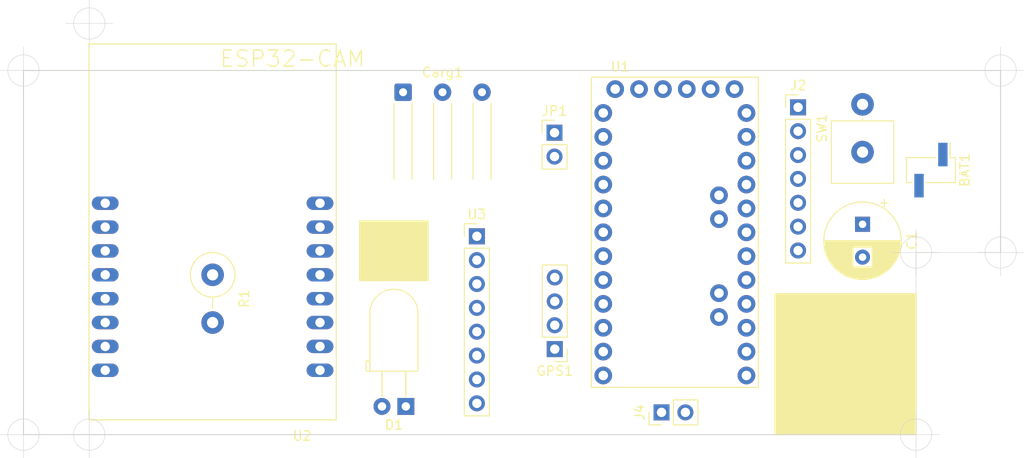
<source format=kicad_pcb>
(kicad_pcb (version 20211014) (generator pcbnew)
  (layers (0 "F.Cu" signal) (31 "B.Cu" signal) (34 "B.Paste" user) (35 "F.Paste" user) (36 "B.SilkS" user "B.Silkscreen") (37 "F.SilkS" user "F.Silkscreen") (38 "B.Mask" user) (39 "F.Mask" user) (44 "Edge.Cuts" user))
  (net 0 "")
  (net 1 "Net-(C1-Pad1)")
  (net 2 "3.7V")
  (net 3 "Net-(D1-Pad1)")
  (net 4 "GND")
  (net 5 "Net-(D1-Pad2)")
  (net 6 "5V")
  (net 15 "Net-(U1-PadJP7_4)")
  (net 22 "3.3V")
  (net 23 "Net-(J4-Pad2)")
  (net 24 "Net-(J4-Pad1)")
  (net 28 "/MOSI")
  (net 29 "/MISO")
  (net 30 "/SCK")
  (net 31 "NSS")
  (net 32 "DIO0")
  (net 33 "Net-(GPS1-Pad2)")
  (net 34 "Net-(GPS1-Pad3)")
  (footprint "LED_THT:LED_D5.0mm_Horizontal_O3.81mm_Z3.0mm" (layer "F.Cu") (at 129.596787 100.528226 180)
    (fp_text reference "D1" (at 1.27 -1.96) (layer "F.SilkS"))
    (fp_text value "LED Blanco brillante")
    (fp_line (start 3.83 3.75) (end 4.23 3.75) (layer "F.SilkS") (width 0.12))
    (fp_line (start 2.54 3.75) (end 2.54 1.08) (layer "F.SilkS") (width 0.12))
    (fp_line (start 0 3.75) (end 0 3.75) (layer "F.SilkS") (width 0.12))
    (fp_line (start 2.54 1.08) (end 2.54 1.08) (layer "F.SilkS") (width 0.12))
    (fp_line (start 2.54 1.08) (end 2.54 3.75) (layer "F.SilkS") (width 0.12))
    (fp_line (start 0 1.08) (end 0 3.75) (layer "F.SilkS") (width 0.12))
    (fp_line (start 4.23 4.87) (end 3.83 4.87) (layer "F.SilkS") (width 0.12))
    (fp_line (start 2.54 3.75) (end 2.54 3.75) (layer "F.SilkS") (width 0.12))
    (fp_line (start 3.83 4.87) (end 3.83 3.75) (layer "F.SilkS") (width 0.12))
    (fp_line (start 0 3.75) (end 0 1.08) (layer "F.SilkS") (width 0.12))
    (fp_line (start 3.83 3.75) (end 3.83 9.91) (layer "F.SilkS") (width 0.12))
    (fp_line (start 4.23 3.75) (end 4.23 4.87) (layer "F.SilkS") (width 0.12))
    (fp_line (start -1.29 3.75) (end 3.83 3.75) (layer "F.SilkS") (width 0.12))
    (fp_line (start -1.29 3.75) (end -1.29 9.91) (layer "F.SilkS") (width 0.12))
    (fp_line (start 0 1.08) (end 0 1.08) (layer "F.SilkS") (width 0.12))
    (fp_arc (start 3.83 9.91) (mid 1.27 12.47) (end -1.29 9.91) (layer "F.SilkS") (width 0.12))
    (pad "1" thru_hole rect (at 0 0 180) (size 1.8 1.8) (drill 0.9) (layers *.Cu *.Mask) (net 3 "Net-(D1-Pad1)"))
    (pad "2" thru_hole circle (at 2.54 0 180) (size 1.8 1.8) (drill 0.9) (layers *.Cu *.Mask) (net 5 "Net-(D1-Pad2)"))
  )
  (footprint "Connector_PinHeader_2.54mm:PinHeader_1x02_P2.54mm_Vertical" (layer "F.Cu") (at 145.418799 71.396208)
    (fp_text reference "JP1" (at 0 -2.33) (layer "F.SilkS"))
    (fp_text value "JUMPER_CIRCUITO")
    (fp_line (start 1.33 1.27) (end 1.33 3.87) (layer "F.SilkS") (width 0.12))
    (fp_line (start -1.33 0) (end -1.33 -1.33) (layer "F.SilkS") (width 0.12))
    (fp_line (start -1.33 1.27) (end 1.33 1.27) (layer "F.SilkS") (width 0.12))
    (fp_line (start -1.33 -1.33) (end 0 -1.33) (layer "F.SilkS") (width 0.12))
    (fp_line (start -1.33 1.27) (end -1.33 3.87) (layer "F.SilkS") (width 0.12))
    (fp_line (start -1.33 3.87) (end 1.33 3.87) (layer "F.SilkS") (width 0.12))
    (pad "1" thru_hole rect (at 0 0) (size 1.7 1.7) (drill 1) (layers *.Cu *.Mask) (net 1 "Net-(C1-Pad1)"))
    (pad "2" thru_hole oval (at 0 2.54) (size 1.7 1.7) (drill 1) (layers *.Cu *.Mask) (net 22 "3.3V"))
  )
  (footprint "ESP32_CAM:ESP32-CAM" (layer "F.Cu") (at 109.030175 86.520979 180)
    (fp_text reference "U2" (at -9.525 -17.145) (layer "F.SilkS"))
    (fp_text value "ESP32-CAM")
    (fp_text user "ESP32-CAM" (at -8.5 23) (layer "F.SilkS") (effects (font (size 1.72 1.72))))
    (fp_line (start -13.16 -15.43) (end 13.16 -15.43) (layer "F.SilkS") (width 0.127))
    (fp_line (start 13.16 -15.43) (end 13.16 24.57) (layer "F.SilkS") (width 0.127))
    (fp_line (start -13.16 24.57) (end -13.16 -15.43) (layer "F.SilkS") (width 0.127))
    (fp_line (start 13.16 24.57) (end -13.16 24.57) (layer "F.SilkS") (width 0.127))
    (pad "P$1" thru_hole oval locked (at -11.43 -10.16 180) (size 2.8448 1.4224) (drill 1) (layers *.Cu *.Mask) (net 6 "5V"))
    (pad "P$2" thru_hole oval locked (at -11.43 -7.62 180) (size 2.8448 1.4224) (drill 1) (layers *.Cu *.Mask) (net 4 "GND"))
    (pad "P$3" thru_hole oval locked (at -11.43 -5.08 180) (size 2.8448 1.4224) (drill 1) (layers *.Cu *.Mask))
    (pad "P$4" thru_hole oval locked (at -11.43 -2.54 180) (size 2.8448 1.4224) (drill 1) (layers *.Cu *.Mask))
    (pad "P$5" thru_hole oval locked (at -11.43 0 180) (size 2.8448 1.4224) (drill 1) (layers *.Cu *.Mask))
    (pad "P$6" thru_hole oval locked (at -11.43 2.54 180) (size 2.8448 1.4224) (drill 1) (layers *.Cu *.Mask))
    (pad "P$7" thru_hole oval locked (at -11.43 5.08 180) (size 2.8448 1.4224) (drill 1) (layers *.Cu *.Mask))
    (pad "P$8" thru_hole oval locked (at -11.43 7.62 180) (size 2.8448 1.4224) (drill 1) (layers *.Cu *.Mask))
    (pad "P$9" thru_hole oval locked (at 11.43 7.62 180) (size 2.8448 1.4224) (drill 1) (layers *.Cu *.Mask))
    (pad "P$10" thru_hole oval locked (at 11.43 5.08 180) (size 2.8448 1.4224) (drill 1) (layers *.Cu *.Mask))
    (pad "P$11" thru_hole oval locked (at 11.43 2.54 180) (size 2.8448 1.4224) (drill 1) (layers *.Cu *.Mask) (net 15 "Net-(U1-PadJP7_4)"))
    (pad "P$12" thru_hole oval locked (at 11.43 0 180) (size 2.8448 1.4224) (drill 1) (layers *.Cu *.Mask))
    (pad "P$13" thru_hole oval locked (at 11.43 -2.54 180) (size 2.8448 1.4224) (drill 1) (layers *.Cu *.Mask))
    (pad "P$14" thru_hole oval locked (at 11.43 -5.08 180) (size 2.8448 1.4224) (drill 1) (layers *.Cu *.Mask))
    (pad "P$15" thru_hole oval locked (at 11.43 -7.62 180) (size 2.8448 1.4224) (drill 1) (layers *.Cu *.Mask))
    (pad "P$16" thru_hole oval locked (at 11.43 -10.16 180) (size 2.8448 1.4224) (drill 1) (layers *.Cu *.Mask))
  )
  (footprint "Resistor_THT:R_Axial_DIN0414_L11.9mm_D4.5mm_P5.08mm_Vertical" (layer "F.Cu") (at 109.030175 86.520979 -90)
    (fp_text reference "R1" (at 2.54 -3.37 90) (layer "F.SilkS"))
    (fp_text value "220 Ohm")
    (fp_line (start 2.37 0) (end 3.58 0) (layer "F.SilkS") (width 0.12))
    (fp_circle (center 0 0) (end 2.37 0) (layer "F.SilkS") (width 0.12) (fill none))
    (pad "1" thru_hole circle (at 0 0 270) (size 2.4 2.4) (drill 1.2) (layers *.Cu *.Mask) (net 3 "Net-(D1-Pad1)"))
    (pad "2" thru_hole oval (at 5.08 0 270) (size 2.4 2.4) (drill 1.2) (layers *.Cu *.Mask) (net 4 "GND"))
  )
  (footprint "Connector_PinHeader_2.54mm:PinHeader_1x02_P2.54mm_Vertical" (layer "F.Cu") (at 156.810648 101.161106 90)
    (fp_text reference "J4" (at 0 -2.33 90) (layer "F.SilkS"))
    (fp_text value "AEREO")
    (fp_line (start -1.33 3.87) (end 1.33 3.87) (layer "F.SilkS") (width 0.12))
    (fp_line (start -1.33 -1.33) (end 0 -1.33) (layer "F.SilkS") (width 0.12))
    (fp_line (start -1.33 0) (end -1.33 -1.33) (layer "F.SilkS") (width 0.12))
    (fp_line (start -1.33 1.27) (end -1.33 3.87) (layer "F.SilkS") (width 0.12))
    (fp_line (start 1.33 1.27) (end 1.33 3.87) (layer "F.SilkS") (width 0.12))
    (fp_line (start -1.33 1.27) (end 1.33 1.27) (layer "F.SilkS") (width 0.12))
    (pad "1" thru_hole rect (at 0 0 90) (size 1.7 1.7) (drill 1) (layers *.Cu *.Mask) (net 24 "Net-(J4-Pad1)"))
    (pad "2" thru_hole oval (at 0 2.54 90) (size 1.7 1.7) (drill 1) (layers *.Cu *.Mask) (net 23 "Net-(J4-Pad2)"))
  )
  (footprint "Capacitor_THT:CP_Radial_D8.0mm_P3.50mm" (layer "F.Cu") (at 178.206584 81.141042 -90)
    (fp_text reference "C1" (at 1.75 -5.25 90) (layer "F.SilkS"))
    (fp_text value "47uF")
    (fp_line (start 5.191 -2.228) (end 5.191 2.228) (layer "F.SilkS") (width 0.12))
    (fp_line (start 3.711 1.04) (end 3.711 3.584) (layer "F.SilkS") (width 0.12))
    (fp_line (start 5.351 -1.964) (end 5.351 1.964) (layer "F.SilkS") (width 0.12))
    (fp_line (start 3.911 -3.469) (end 3.911 -1.04) (layer "F.SilkS") (width 0.12))
    (fp_line (start 1.91 -4.077) (end 1.91 4.077) (layer "F.SilkS") (width 0.12))
    (fp_line (start 5.791 -0.768) (end 5.791 0.768) (layer "F.SilkS") (width 0.12))
    (fp_line (start 2.551 1.04) (end 2.551 4.002) (layer "F.SilkS") (width 0.12))
    (fp_line (start 3.431 1.04) (end 3.431 3.722) (layer "F.SilkS") (width 0.12))
    (fp_line (start 3.471 -3.704) (end 3.471 -1.04) (layer "F.SilkS") (width 0.12))
    (fp_line (start 4.391 -3.124) (end 4.391 -1.04) (layer "F.SilkS") (width 0.12))
    (fp_line (start 4.151 -3.309) (end 4.151 -1.04) (layer "F.SilkS") (width 0.12))
    (fp_line (start 4.111 1.04) (end 4.111 3.338) (layer "F.SilkS") (width 0.12))
    (fp_line (start 2.35 -4.037) (end 2.35 4.037) (layer "F.SilkS") (width 0.12))
    (fp_line (start 4.031 -3.392) (end 4.031 -1.04) (layer "F.SilkS") (width 0.12))
    (fp_line (start 3.831 -3.517) (end 3.831 -1.04) (layer "F.SilkS") (width 0.12))
    (fp_line (start 1.79 -4.08) (end 1.79 4.08) (layer "F.SilkS") (width 0.12))
    (fp_line (start 4.631 -2.907) (end 4.631 2.907) (layer "F.SilkS") (width 0.12))
    (fp_line (start 3.711 -3.584) (end 3.711 -1.04) (layer "F.SilkS") (width 0.12))
    (fp_line (start 5.831 -0.533) (end 5.831 0.533) (layer "F.SilkS") (width 0.12))
    (fp_line (start 5.311 -2.034) (end 5.311 2.034) (layer "F.SilkS") (width 0.12))
    (fp_line (start 1.95 -4.076) (end 1.95 4.076) (layer "F.SilkS") (width 0.12))
    (fp_line (start 3.431 -3.722) (end 3.431 -1.04) (layer "F.SilkS") (width 0.12))
    (fp_line (start 2.751 1.04) (end 2.751 3.957) (layer "F.SilkS") (width 0.12))
    (fp_line (start 4.991 -2.505) (end 4.991 2.505) (layer "F.SilkS") (width 0.12))
    (fp_line (start 4.351 -3.156) (end 4.351 -1.04) (layer "F.SilkS") (width 0.12))
    (fp_line (start 2.951 -3.902) (end 2.951 -1.04) (layer "F.SilkS") (width 0.12))
    (fp_line (start 3.751 1.04) (end 3.751 3.562) (layer "F.SilkS") (width 0.12))
    (fp_line (start -2.659698 -2.315) (end -1.859698 -2.315) (layer "F.SilkS") (width 0.12))
    (fp_line (start 3.231 -3.805) (end 3.231 -1.04) (layer "F.SilkS") (width 0.12))
    (fp_line (start 5.751 -0.948) (end 5.751 0.948) (layer "F.SilkS") (width 0.12))
    (fp_line (start 4.871 -2.651) (end 4.871 2.651) (layer "F.SilkS") (width 0.12))
    (fp_line (start 4.831 -2.697) (end 4.831 2.697) (layer "F.SilkS") (width 0.12))
    (fp_line (start 3.551 -3.666) (end 3.551 -1.04) (layer "F.SilkS") (width 0.12))
    (fp_line (start 2.471 1.04) (end 2.471 4.017) (layer "F.SilkS") (width 0.12))
    (fp_line (start 5.511 -1.645) (end 5.511 1.645) (layer "F.SilkS") (width 0.12))
    (fp_line (start 2.551 -4.002) (end 2.551 -1.04) (layer "F.SilkS") (width 0.12))
    (fp_line (start 2.27 -4.048) (end 2.27 4.048) (layer "F.SilkS") (width 0.12))
    (fp_line (start 3.271 1.04) (end 3.271 3.79) (layer "F.SilkS") (width 0.12))
    (fp_line (start 2.15 -4.061) (end 2.15 4.061) (layer "F.SilkS") (width 0.12))
    (fp_line (start 5.711 -1.098) (end 5.711 1.098) (layer "F.SilkS") (width 0.12))
    (fp_line (start 3.551 1.04) (end 3.551 3.666) (layer "F.SilkS") (width 0.12))
    (fp_line (start 3.191 -3.821) (end 3.191 -1.04) (layer "F.SilkS") (width 0.12))
    (fp_line (start 4.351 1.04) (end 4.351 3.156) (layer "F.SilkS") (width 0.12))
    (fp_line (start 4.591 -2.945) (end 4.591 2.945) (layer "F.SilkS") (width 0.12))
    (fp_line (start 2.671 -3.976) (end 2.671 -1.04) (layer "F.SilkS") (width 0.12))
    (fp_line (start 2.07 -4.068) (end 2.07 4.068) (layer "F.SilkS") (width 0.12))
    (fp_line (start 2.831 -3.936) (end 2.831 -1.04) (layer "F.SilkS") (width 0.12))
    (fp_line (start 2.19 -4.057) (end 2.19 4.057) (layer "F.SilkS") (width 0.12))
    (fp_line (start 2.631 1.04) (end 2.631 3.985) (layer "F.SilkS") (width 0.12))
    (fp_line (start 3.951 1.04) (end 3.951 3.444) (layer "F.SilkS") (width 0.12))
    (fp_line (start 2.711 -3.967) (end 2.711 -1.04) (layer "F.SilkS") (width 0.12))
    (fp_line (start 4.191 1.04) (end 4.191 3.28) (layer "F.SilkS") (width 0.12))
    (fp_line (start 5.471 -1.731) (end 5.471 1.731) (layer "F.SilkS") (width 0.12))
    (fp_line (start 4.271 1.04) (end 4.271 3.22) (layer "F.SilkS") (width 0.12))
    (fp_line (start 5.111 -2.345) (end 5.111 2.345) (layer "F.SilkS") (width 0.12))
    (fp_line (start 4.311 1.04) (end 4.311 3.189) (layer "F.SilkS") (width 0.12))
    (fp_line (start 2.871 1.04) (end 2.871 3.925) (layer "F.SilkS") (width 0.12))
    (fp_line (start 3.991 -3.418) (end 3.991 -1.04) (layer "F.SilkS") (width 0.12))
    (fp_line (start -2.259698 -2.715) (end -2.259698 -1.915) (layer "F.SilkS") (width 0.12))
    (fp_line (start 2.471 -4.017) (end 2.471 -1.04) (layer "F.SilkS") (width 0.12))
    (fp_line (start 2.911 1.04) (end 2.911 3.914) (layer "F.SilkS") (width 0.12))
    (fp_line (start 3.791 -3.54) (end 3.791 -1.04) (layer "F.SilkS") (width 0.12))
    (fp_line (start 4.231 -3.25) (end 4.231 -1.04) (layer "F.SilkS") (width 0.12))
    (fp_line (start 1.83 -4.08) (end 1.83 4.08) (layer "F.SilkS") (width 0.12))
    (fp_line (start 4.031 1.04) (end 4.031 3.392) (layer "F.SilkS") (width 0.12))
    (fp_line (start 1.99 -4.074) (end 1.99 4.074) (layer "F.SilkS") (width 0.12))
    (fp_line (start 3.671 -3.606) (end 3.671 -1.04) (layer "F.SilkS") (width 0.12))
    (fp_line (start 4.471 -3.055) (end 4.471 -1.04) (layer "F.SilkS") (width 0.12))
    (fp_line (start 4.711 -2.826) (end 4.711 2.826) (layer "F.SilkS") (width 0.12))
    (fp_line (start 2.951 1.04) (end 2.951 3.902) (layer "F.SilkS") (width 0.12))
    (fp_line (start 4.071 -3.365) (end 4.071 -1.04) (layer "F.SilkS") (width 0.12))
    (fp_line (start 2.591 1.04) (end 2.591 3.994) (layer "F.SilkS") (width 0.12))
    (fp_line (start 2.39 -4.03) (end 2.39 4.03) (layer "F.SilkS") (width 0.12))
    (fp_line (start 2.511 1.04) (end 2.511 4.01) (layer "F.SilkS") (width 0.12))
    (fp_line (start 4.951 -2.556) (end 4.951 2.556) (layer "F.SilkS") (width 0.12))
    (fp_line (start 3.511 -3.686) (end 3.511 -1.04) (layer "F.SilkS") (width 0.12))
    (fp_line (start 5.271 -2.102) (end 5.271 2.102) (layer "F.SilkS") (width 0.12))
    (fp_line (start 2.31 -4.042) (end 2.31 4.042) (layer "F.SilkS") (width 0.12))
    (fp_line (start 3.391 1.04) (end 3.391 3.74) (layer "F.SilkS") (width 0.12))
    (fp_line (start 2.991 1.04) (end 2.991 3.889) (layer "F.SilkS") (width 0.12))
    (fp_line (start 2.991 -3.889) (end 2.991 -1.04) (layer "F.SilkS") (width 0.12))
    (fp_line (start 4.431 1.04) (end 4.431 3.09) (layer "F.SilkS") (width 0.12))
    (fp_line (start 3.911 1.04) (end 3.911 3.469) (layer "F.SilkS") (width 0.12))
    (fp_line (start 3.111 1.04) (end 3.111 3.85) (layer "F.SilkS") (width 0.12))
    (fp_line (start 4.511 -3.019) (end 4.511 -1.04) (layer "F.SilkS") (width 0.12))
    (fp_line (start 2.711 1.04) (end 2.711 3.967) (layer "F.SilkS") (width 0.12))
    (fp_line (start 4.151 1.04) (end 4.151 3.309) (layer "F.SilkS") (width 0.12))
    (fp_line (start 4.391 1.04) (end 4.391 3.124) (layer "F.SilkS") (width 0.12))
    (fp_line (start 4.231 1.04) (end 4.231 3.25) (layer "F.SilkS") (width 0.12))
    (fp_line (start 3.151 -3.835) (end 3.151 -1.04) (layer "F.SilkS") (width 0.12))
    (fp_line (start 3.671 1.04) (end 3.671 3.606) (layer "F.SilkS") (width 0.12))
    (fp_line (start 3.031 -3.877) (end 3.031 -1.04) (layer "F.SilkS") (width 0.12))
    (fp_line (start 3.591 -3.647) (end 3.591 -1.04) (layer "F.SilkS") (width 0.12))
    (fp_line (start 4.071 1.04) (end 4.071 3.365) (layer "F.SilkS") (width 0.12))
    (fp_line (start 2.23 -4.052) (end 2.23 4.052) (layer "F.SilkS") (width 0.12))
    (fp_line (start 3.871 -3.493) (end 3.871 -1.04) (layer "F.SilkS") (width 0.12))
    (fp_line (start 5.671 -1.229) (end 5.671 1.229) (layer "F.SilkS") (width 0.12))
    (fp_line (start 5.551 -1.552) (end 5.551 1.552) (layer "F.SilkS") (width 0.12))
    (fp_line (start 3.511 1.04) (end 3.511 3.686) (layer "F.SilkS") (width 0.12))
    (fp_line (start 2.631 -3.985) (end 2.631 -1.04) (layer "F.SilkS") (width 0.12))
    (fp_line (start 3.311 1.04) (end 3.311 3.774) (layer "F.SilkS") (width 0.12))
    (fp_line (start 4.431 -3.09) (end 4.431 -1.04) (layer "F.SilkS") (width 0.12))
    (fp_line (start 3.751 -3.562) (end 3.751 -1.04) (layer "F.SilkS") (width 0.12))
    (fp_line (start 5.431 -1.813) (end 5.431 1.813) (layer "F.SilkS") (width 0.12))
    (fp_line (start 3.271 -3.79) (end 3.271 -1.04) (layer "F.SilkS") (width 0.12))
    (fp_line (start 2.591 -3.994) (end 2.591 -1.04) (layer "F.SilkS") (width 0.12))
    (fp_line (start 5.591 -1.453) (end 5.591 1.453) (layer "F.SilkS") (width 0.12))
    (fp_line (start 5.231 -2.166) (end 5.231 2.166) (layer "F.SilkS") (width 0.12))
    (fp_line (start 3.871 1.04) (end 3.871 3.493) (layer "F.SilkS") (width 0.12))
    (fp_line (start 3.471 1.04) (end 3.471 3.704) (layer "F.SilkS") (width 0.12))
    (fp_line (start 3.631 -3.627) (end 3.631 -1.04) (layer "F.SilkS") (width 0.12))
    (fp_line (start 4.471 1.04) (end 4.471 3.055) (layer "F.SilkS") (width 0.12))
    (fp_line (start 2.43 -4.024) (end 2.43 4.024) (layer "F.SilkS") (width 0.12))
    (fp_line (start 4.511 1.04) (end 4.511 3.019) (layer "F.SilkS") (width 0.12))
    (fp_line (start 5.031 -2.454) (end 5.031 2.454) (layer "F.SilkS") (width 0.12))
    (fp_line (start 2.11 -4.065) (end 2.11 4.065) (layer "F.SilkS") (width 0.12))
    (fp_line (start 4.791 -2.741) (end 4.791 2.741) (layer "F.SilkS") (width 0.12))
    (fp_line (start 3.111 -3.85) (end 3.111 -1.04) (layer "F.SilkS") (width 0.12))
    (fp_line (start 1.87 -4.079) (end 1.87 4.079) (layer "F.SilkS") (width 0.12))
    (fp_line (start 2.911 -3.914) (end 2.911 -1.04) (layer "F.SilkS") (width 0.12))
    (fp_line (start 4.271 -3.22) (end 4.271 -1.04) (layer "F.SilkS") (width 0.12))
    (fp_line (start 2.791 -3.947) (end 2.791 -1.04) (layer "F.SilkS") (width 0.12))
    (fp_line (start 3.071 1.04) (end 3.071 3.863) (layer "F.SilkS") (width 0.12))
    (fp_line (start 4.911 -2.604) (end 4.911 2.604) (layer "F.SilkS") (width 0.12))
    (fp_line (start 4.751 -2.784) (end 4.751 2.784) (layer "F.SilkS") (width 0.12))
    (fp_line (start 2.751 -3.957) (end 2.751 -1.04) (layer "F.SilkS") (width 0.12))
    (fp_line (start 4.671 -2.867) (end 4.671 2.867) (layer "F.SilkS") (width 0.12))
    (fp_line (start 3.631 1.04) (end 3.631 3.627) (layer "F.SilkS") (width 0.12))
    (fp_line (start 3.311 -3.774) (end 3.311 -1.04) (layer "F.SilkS") (width 0.12))
    (fp_line (start 2.871 -3.925) (end 2.871 -1.04) (layer "F.SilkS") (width 0.12))
    (fp_line (start 2.831 1.04) (end 2.831 3.936) (layer "F.SilkS") (width 0.12))
    (fp_line (start 5.391 -1.89) (end 5.391 1.89) (layer "F.SilkS") (width 0.12))
    (fp_line (start 4.191 -3.28) (end 4.191 -1.04) (layer "F.SilkS") (width 0.12))
    (fp_line (start 4.111 -3.338) (end 4.111 -1.04) (layer "F.SilkS") (width 0.12))
    (fp_line (start 3.991 1.04) (end 3.991 3.418) (layer "F.SilkS") (width 0.12))
    (fp_line (start 2.671 1.04) (end 2.671 3.976) (layer "F.SilkS") (width 0.12))
    (fp_line (start 1.75 -4.08) (end 1.75 4.08) (layer "F.SilkS") (width 0.12))
    (fp_line (start 3.391 -3.74) (end 3.391 -1.04) (layer "F.SilkS") (width 0.12))
    (fp_line (start 3.951 -3.444) (end 3.951 -1.04) (layer "F.SilkS") (width 0.12))
    (fp_line (start 3.591 1.04) (end 3.591 3.647) (layer "F.SilkS") (width 0.12))
    (fp_line (start 2.791 1.04) (end 2.791 3.947) (layer "F.SilkS") (width 0.12))
    (fp_line (start 5.071 -2.4) (end 5.071 2.4) (layer "F.SilkS") (width 0.12))
    (fp_line (start 3.231 1.04) (end 3.231 3.805) (layer "F.SilkS") (width 0.12))
    (fp_line (start 3.151 1.04) (end 3.151 3.835) (layer "F.SilkS") (width 0.12))
    (fp_line (start 2.511 -4.01) (end 2.511 -1.04) (layer "F.SilkS") (width 0.12))
    (fp_line (start 4.551 -2.983) (end 4.551 2.983) (layer "F.SilkS") (width 0.12))
    (fp_line (start 3.351 1.04) (end 3.351 3.757) (layer "F.SilkS") (width 0.12))
    (fp_line (start 5.151 -2.287) (end 5.151 2.287) (layer "F.SilkS") (width 0.12))
    (fp_line (start 3.031 1.04) (end 3.031 3.877) (layer "F.SilkS") (width 0.12))
    (fp_line (start 2.03 -4.071) (end 2.03 4.071) (layer "F.SilkS") (width 0.12))
    (fp_line (start 3.071 -3.863) (end 3.071 -1.04) (layer "F.SilkS") (width 0.12))
    (fp_line (start 3.831 1.04) (end 3.831 3.517) (layer "F.SilkS") (width 0.12))
    (fp_line (start 5.631 -1.346) (end 5.631 1.346) (layer "F.SilkS") (width 0.12))
    (fp_line (start 3.351 -3.757) (end 3.351 -1.04) (layer "F.SilkS") (width 0.12))
    (fp_line (start 3.791 1.04) (end 3.791 3.54) (layer "F.SilkS") (width 0.12))
    (fp_line (start 3.191 1.04) (end 3.191 3.821) (layer "F.SilkS") (width 0.12))
    (fp_line (start 4.311 -3.189) (end 4.311 -1.04) (layer "F.SilkS") (width 0.12))
    (fp_circle (center 1.75 0) (end 5.87 0) (layer "F.SilkS") (width 0.12) (fill none))
    (pad "1" thru_hole rect (at 0 0 270) (size 1.6 1.6) (drill 0.8) (layers *.Cu *.Mask) (net 1 "Net-(C1-Pad1)"))
    (pad "2" thru_hole circle (at 3.5 0 270) (size 1.6 1.6) (drill 0.8) (layers *.Cu *.Mask) (net 4 "GND"))
  )
  (footprint "Resistor_THT:R_Axial_Power_L20.0mm_W6.4mm_P5.08mm_Vertical" (layer "F.Cu") (at 178.206584 73.45924 90)
    (fp_text reference "SW1" (at 2.54 -4.32 90) (layer "F.SilkS"))
    (fp_text value "Interruptor general")
    (fp_line (start 3.32 3.32) (end 3.32 -3.32) (layer "F.SilkS") (width 0.12))
    (fp_line (start -3.32 3.32) (end 3.32 3.32) (layer "F.SilkS") (width 0.12))
    (fp_line (start 3.32 -3.32) (end -3.32 -3.32) (layer "F.SilkS") (width 0.12))
    (fp_line (start -3.32 -3.32) (end -3.32 3.32) (layer "F.SilkS") (width 0.12))
    (fp_line (start 3.32 0) (end 3.58 0) (layer "F.SilkS") (width 0.12))
    (pad "1" thru_hole circle (at 0 0 90) (size 2.4 2.4) (drill 1.2) (layers *.Cu *.Mask) (net 1 "Net-(C1-Pad1)"))
    (pad "2" thru_hole oval (at 5.08 0 90) (size 2.4 2.4) (drill 1.2) (layers *.Cu *.Mask) (net 2 "3.7V"))
  )
  (footprint "Connector_PinHeader_2.54mm:PinHeader_1x02_P2.54mm_Vertical_SMD_Pin1Left" (layer "F.Cu") (at 185.486919 75.373951 -90)
    (fp_text reference "BAT1" (at 0 -3.6 90) (layer "F.SilkS"))
    (fp_text value "Pilas")
    (fp_line (start 1.33 -2.6) (end 1.33 0.51) (layer "F.SilkS") (width 0.12))
    (fp_line (start -1.33 -2.03) (end -2.85 -2.03) (layer "F.SilkS") (width 0.12))
    (fp_line (start -1.33 -2.6) (end -1.33 -2.03) (layer "F.SilkS") (width 0.12))
    (fp_line (start 1.33 2.03) (end 1.33 2.6) (layer "F.SilkS") (width 0.12))
    (fp_line (start -1.33 -0.51) (end -1.33 2.6) (layer "F.SilkS") (width 0.12))
    (fp_line (start -1.33 -2.6) (end 1.33 -2.6) (layer "F.SilkS") (width 0.12))
    (fp_line (start -1.33 2.6) (end 1.33 2.6) (layer "F.SilkS") (width 0.12))
    (pad "1" smd rect (at -1.655 -1.27 270) (size 2.51 1) (layers "B.Cu" "F.Paste" "F.Mask") (net 2 "3.7V"))
    (pad "2" smd rect (at 1.655 1.27 270) (size 2.51 1) (layers "B.Cu" "F.Paste" "F.Mask") (net 4 "GND"))
  )
  (footprint "Connector_PinHeader_2.54mm:PinHeader_1x07_P2.54mm_Vertical" (layer "F.Cu") (at 171.344025 68.693574)
    (fp_text reference "J2" (at 0 -2.33) (layer "F.SilkS"))
    (fp_text value "LORA 868Mhz")
    (fp_line (start -1.33 -1.33) (end 0 -1.33) (layer "F.SilkS") (width 0.12))
    (fp_line (start -1.33 1.27) (end 1.33 1.27) (layer "F.SilkS") (width 0.12))
    (fp_line (start 1.33 1.27) (end 1.33 16.57) (layer "F.SilkS") (width 0.12))
    (fp_line (start -1.33 1.27) (end -1.33 16.57) (layer "F.SilkS") (width 0.12))
    (fp_line (start -1.33 16.57) (end 1.33 16.57) (layer "F.SilkS") (width 0.12))
    (fp_line (start -1.33 0) (end -1.33 -1.33) (layer "F.SilkS") (width 0.12))
    (pad "1" thru_hole rect (at 0 0) (size 1.7 1.7) (drill 1) (layers *.Cu *.Mask) (net 4 "GND"))
    (pad "2" thru_hole oval (at 0 2.54) (size 1.7 1.7) (drill 1) (layers *.Cu *.Mask) (net 28 "/MOSI"))
    (pad "3" thru_hole oval (at 0 5.08) (size 1.7 1.7) (drill 1) (layers *.Cu *.Mask) (net 29 "/MISO"))
    (pad "4" thru_hole oval (at 0 7.62) (size 1.7 1.7) (drill 1) (layers *.Cu *.Mask) (net 30 "/SCK"))
    (pad "5" thru_hole oval (at 0 10.16) (size 1.7 1.7) (drill 1) (layers *.Cu *.Mask) (net 31 "NSS"))
    (pad "6" thru_hole oval (at 0 12.7) (size 1.7 1.7) (drill 1) (layers *.Cu *.Mask) (net 32 "DIO0"))
    (pad "7" thru_hole oval (at 0 15.24) (size 1.7 1.7) (drill 1) (layers *.Cu *.Mask) (net 22 "3.3V"))
  )
  (footprint "Connector_PinHeader_2.54mm:PinHeader_1x08_P2.54mm_Vertical" (layer "F.Cu") (at 137.158311 82.418693)
    (fp_text reference "U3" (at 0 -2.33) (layer "F.SilkS"))
    (fp_text value "GY-87")
    (fp_line (start 1.33 1.27) (end 1.33 19.11) (layer "F.SilkS") (width 0.12))
    (fp_line (start -1.33 -1.33) (end 0 -1.33) (layer "F.SilkS") (width 0.12))
    (fp_line (start -1.33 1.27) (end 1.33 1.27) (layer "F.SilkS") (width 0.12))
    (fp_line (start -1.33 1.27) (end -1.33 19.11) (layer "F.SilkS") (width 0.12))
    (fp_line (start -1.33 19.11) (end 1.33 19.11) (layer "F.SilkS") (width 0.12))
    (fp_line (start -1.33 0) (end -1.33 -1.33) (layer "F.SilkS") (width 0.12))
    (pad "1" thru_hole rect (at 0 0) (size 1.7 1.7) (drill 1) (layers *.Cu *.Mask))
    (pad "2" thru_hole oval (at 0 2.54) (size 1.7 1.7) (drill 1) (layers *.Cu *.Mask) (net 22 "3.3V"))
    (pad "3" thru_hole oval (at 0 5.08) (size 1.7 1.7) (drill 1) (layers *.Cu *.Mask) (net 4 "GND"))
    (pad "4" thru_hole oval (at 0 7.62) (size 1.7 1.7) (drill 1) (layers *.Cu *.Mask) (net 23 "Net-(J4-Pad2)"))
    (pad "5" thru_hole oval (at 0 10.16) (size 1.7 1.7) (drill 1) (layers *.Cu *.Mask) (net 24 "Net-(J4-Pad1)"))
    (pad "6" thru_hole oval (at 0 12.7) (size 1.7 1.7) (drill 1) (layers *.Cu *.Mask))
    (pad "7" thru_hole oval (at 0 15.24) (size 1.7 1.7) (drill 1) (layers *.Cu *.Mask))
    (pad "8" thru_hole oval (at 0 17.78) (size 1.7 1.7) (drill 1) (layers *.Cu *.Mask))
  )
  (footprint "Connector_PinHeader_2.54mm:PinHeader_1x04_P2.54mm_Vertical" (layer "F.Cu") (at 145.44656 94.426958 180)
    (fp_text reference "GPS1" (at 0 -2.33) (layer "F.SilkS"))
    (fp_text value "GPS_NEO_6")
    (fp_line (start -1.33 8.95) (end 1.33 8.95) (layer "F.SilkS") (width 0.12))
    (fp_line (start -1.33 1.27) (end -1.33 8.95) (layer "F.SilkS") (width 0.12))
    (fp_line (start -1.33 -1.33) (end 0 -1.33) (layer "F.SilkS") (width 0.12))
    (fp_line (start 1.33 1.27) (end 1.33 8.95) (layer "F.SilkS") (width 0.12))
    (fp_line (start -1.33 0) (end -1.33 -1.33) (layer "F.SilkS") (width 0.12))
    (fp_line (start -1.33 1.27) (end 1.33 1.27) (layer "F.SilkS") (width 0.12))
    (pad "1" thru_hole rect (at 0 0 180) (size 1.7 1.7) (drill 1) (layers *.Cu *.Mask) (net 4 "GND"))
    (pad "2" thru_hole oval (at 0 2.54 180) (size 1.7 1.7) (drill 1) (layers *.Cu *.Mask) (net 33 "Net-(GPS1-Pad2)"))
    (pad "3" thru_hole oval (at 0 5.08 180) (size 1.7 1.7) (drill 1) (layers *.Cu *.Mask) (net 34 "Net-(GPS1-Pad3)"))
    (pad "4" thru_hole oval (at 0 7.62 180) (size 1.7 1.7) (drill 1) (layers *.Cu *.Mask) (net 22 "3.3V"))
  )
  (footprint "ARDUINO_PRO_MINI:MODULE_ARDUINO_PRO_MINI" (layer "F.Cu") (at 158.228911 81.99505)
    (fp_text reference "U1" (at -5.825 -17.635) (layer "F.SilkS"))
    (fp_text value "ARDUINO_PRO_MINI")
    (fp_line (start -8.89 -16.51) (end -8.89 16.51) (layer "F.SilkS") (width 0.127))
    (fp_line (start 8.89 -16.51) (end -8.89 -16.51) (layer "F.SilkS") (width 0.127))
    (fp_line (start 8.89 16.51) (end 8.89 -16.51) (layer "F.SilkS") (width 0.127))
    (fp_line (start -8.89 16.51) (end 8.89 16.51) (layer "F.SilkS") (width 0.127))
    (pad "JP1_1" thru_hole circle locked (at 6.35 -15.24) (size 1.8796 1.8796) (drill 1.016) (layers *.Cu *.Mask))
    (pad "JP1_2" thru_hole circle locked (at 3.81 -15.24) (size 1.8796 1.8796) (drill 1.016) (layers *.Cu *.Mask))
    (pad "JP1_3" thru_hole circle locked (at 1.27 -15.24) (size 1.8796 1.8796) (drill 1.016) (layers *.Cu *.Mask))
    (pad "JP1_4" thru_hole circle locked (at -1.27 -15.24) (size 1.8796 1.8796) (drill 1.016) (layers *.Cu *.Mask))
    (pad "JP1_5" thru_hole circle locked (at -3.81 -15.24) (size 1.8796 1.8796) (drill 1.016) (layers *.Cu *.Mask) (net 4 "GND"))
    (pad "JP1_6" thru_hole circle locked (at -6.35 -15.24) (size 1.8796 1.8796) (drill 1.016) (layers *.Cu *.Mask) (net 4 "GND"))
    (pad "JP2_1" thru_hole circle locked (at 4.699 -1.397) (size 1.8796 1.8796) (drill 1.016) (layers *.Cu *.Mask))
    (pad "JP2_2" thru_hole circle locked (at 4.699 -3.937) (size 1.8796 1.8796) (drill 1.016) (layers *.Cu *.Mask))
    (pad "JP3_1" thru_hole circle locked (at 4.699 9.017) (size 1.8796 1.8796) (drill 1.016) (layers *.Cu *.Mask))
    (pad "JP3_2" thru_hole circle locked (at 4.699 6.477) (size 1.8796 1.8796) (drill 1.016) (layers *.Cu *.Mask))
    (pad "JP6_1" thru_hole circle locked (at 7.62 -12.7) (size 1.8796 1.8796) (drill 1.016) (layers *.Cu *.Mask))
    (pad "JP6_2" thru_hole circle locked (at 7.62 -10.16) (size 1.8796 1.8796) (drill 1.016) (layers *.Cu *.Mask) (net 4 "GND"))
    (pad "JP6_3" thru_hole circle locked (at 7.62 -7.62) (size 1.8796 1.8796) (drill 1.016) (layers *.Cu *.Mask))
    (pad "JP6_4" thru_hole circle locked (at 7.62 -5.08) (size 1.8796 1.8796) (drill 1.016) (layers *.Cu *.Mask) (net 22 "3.3V"))
    (pad "JP6_5" thru_hole circle locked (at 7.62 -2.54) (size 1.8796 1.8796) (drill 1.016) (layers *.Cu *.Mask))
    (pad "JP6_6" thru_hole circle locked (at 7.62 0) (size 1.8796 1.8796) (drill 1.016) (layers *.Cu *.Mask))
    (pad "JP6_7" thru_hole circle locked (at 7.62 2.54) (size 1.8796 1.8796) (drill 1.016) (layers *.Cu *.Mask))
    (pad "JP6_8" thru_hole circle locked (at 7.62 5.08) (size 1.8796 1.8796) (drill 1.016) (layers *.Cu *.Mask))
    (pad "JP6_9" thru_hole circle locked (at 7.62 7.62) (size 1.8796 1.8796) (drill 1.016) (layers *.Cu *.Mask) (net 30 "/SCK"))
    (pad "JP6_10" thru_hole circle locked (at 7.62 10.16) (size 1.8796 1.8796) (drill 1.016) (layers *.Cu *.Mask) (net 29 "/MISO"))
    (pad "JP6_11" thru_hole circle locked (at 7.62 12.7) (size 1.8796 1.8796) (drill 1.016) (layers *.Cu *.Mask) (net 28 "/MOSI"))
    (pad "JP6_12" thru_hole circle locked (at 7.62 15.24) (size 1.8796 1.8796) (drill 1.016) (layers *.Cu *.Mask) (net 31 "NSS"))
    (pad "JP7_1" thru_hole circle locked (at -7.62 15.24) (size 1.8796 1.8796) (drill 1.016) (layers *.Cu *.Mask))
    (pad "JP7_2" thru_hole circle locked (at -7.62 12.7) (size 1.8796 1.8796) (drill 1.016) (layers *.Cu *.Mask))
    (pad "JP7_3" thru_hole circle locked (at -7.62 10.16) (size 1.8796 1.8796) (drill 1.016) (layers *.Cu *.Mask))
    (pad "JP7_4" thru_hole circle locked (at -7.62 7.62) (size 1.8796 1.8796) (drill 1.016) (layers *.Cu *.Mask) (net 15 "Net-(U1-PadJP7_4)"))
    (pad "JP7_5" thru_hole circle locked (at -7.62 5.08) (size 1.8796 1.8796) (drill 1.016) (layers *.Cu *.Mask) (net 5 "Net-(D1-Pad2)"))
    (pad "JP7_6" thru_hole circle locked (at -7.62 2.54) (size 1.8796 1.8796) (drill 1.016) (layers *.Cu *.Mask) (net 33 "Net-(GPS1-Pad2)"))
    (pad "JP7_7" thru_hole circle locked (at -7.62 0) (size 1.8796 1.8796) (drill 1.016) (layers *.Cu *.Mask) (net 34 "Net-(GPS1-Pad3)"))
    (pad "JP7_8" thru_hole circle locked (at -7.62 -2.54) (size 1.8796 1.8796) (drill 1.016) (layers *.Cu *.Mask) (net 32 "DIO0"))
    (pad "JP7_9" thru_hole circle locked (at -7.62 -5.08) (size 1.8796 1.8796) (drill 1.016) (layers *.Cu *.Mask) (net 4 "GND"))
    (pad "JP7_10" thru_hole circle locked (at -7.62 -7.62) (size 1.8796 1.8796) (drill 1.016) (layers *.Cu *.Mask))
    (pad "JP7_11" thru_hole circle locked (at -7.62 -10.16) (size 1.8796 1.8796) (drill 1.016) (layers *.Cu *.Mask))
    (pad "JP7_12" thru_hole circle locked (at -7.62 -12.7) (size 1.8796 1.8796) (drill 1.016) (layers *.Cu *.Mask))
  )
  (footprint "Connector_Wire:SolderWire-0.25sqmm_1x03_P4.2mm_D0.65mm_OD1.7mm_Relief" (layer "F.Cu") (at 129.303957 67.08652)
    (fp_text reference "Carg1" (at 4.2 -2.12) (layer "F.SilkS"))
    (fp_text value "Cargador")
    (fp_line (start 0.96 1.185) (end 0.96 9.24) (layer "F.SilkS") (width 0.12))
    (fp_line (start -0.96 1.185) (end -0.96 9.24) (layer "F.SilkS") (width 0.12))
    (fp_line (start 9.36 1.185) (end 9.36 9.24) (layer "F.SilkS") (width 0.12))
    (fp_line (start 5.16 1.185) (end 5.16 9.24) (layer "F.SilkS") (width 0.12))
    (fp_line (start 7.44 1.185) (end 7.44 9.24) (layer "F.SilkS") (width 0.12))
    (fp_line (start 3.24 1.185) (end 3.24 9.24) (layer "F.SilkS") (width 0.12))
    (pad "" np_thru_hole circle (at 0 10.2) (size 2.2 2.2) (drill 2.2) (layers *.Cu *.Mask))
    (pad "" np_thru_hole circle (at 8.4 10.2) (size 2.2 2.2) (drill 2.2) (layers *.Cu *.Mask))
    (pad "" np_thru_hole circle (at 4.2 10.2) (size 2.2 2.2) (drill 2.2) (layers *.Cu *.Mask))
    (pad "1" thru_hole roundrect (at 0 0) (size 1.85 1.85) (drill 0.85) (layers *.Cu *.Mask) (roundrect_rratio 0.135135) (net 4 "GND"))
    (pad "2" thru_hole circle (at 4.2 0) (size 1.85 1.85) (drill 0.85) (layers *.Cu *.Mask) (net 6 "5V"))
    (pad "3" thru_hole circle (at 8.4 0) (size 1.85 1.85) (drill 0.85) (layers *.Cu *.Mask) (net 1 "Net-(C1-Pad1)"))
  )
  (gr_rect locked (start 183.9 103.53) (end 168.9 88.53) (layer "F.SilkS") (width 0.12) (fill solid))
  (gr_rect locked (start 124.670786 80.785103) (end 131.976805 87.134938) (layer "F.SilkS") (width 0.12) (fill solid))
  (gr_line (start 192.9 64.77) (end 192.9 84.15) (layer "Edge.Cuts") (width 0.1))
  (gr_line (start 88.9 64.77) (end 192.9 64.77) (layer "Edge.Cuts") (width 0.1))
  (gr_line (start 88.9 103.53) (end 88.9 64.77) (layer "Edge.Cuts") (width 0.1))
  (gr_line (start 183.9 103.53) (end 88.9 103.53) (layer "Edge.Cuts") (width 0.1))
  (gr_line (start 183.9 103.53) (end 183.9 84.15) (layer "Edge.Cuts") (width 0.05))
  (gr_line (start 183.9 84.15) (end 192.9 84.15) (layer "Edge.Cuts") (width 0.05))
  (target plus (at 88.9 103.53) (size 5) (width 0.05) (layer "Edge.Cuts"))
  (target plus (at 88.9 64.77) (size 5) (width 0.05) (layer "Edge.Cuts"))
  (target plus (at 183.9 84.15) (size 5) (width 0.05) (layer "Edge.Cuts"))
  (target plus (at 183.9 103.53) (size 5) (width 0.05) (layer "Edge.Cuts"))
  (target plus (at 192.9 84.15) (size 5) (width 0.05) (layer "Edge.Cuts"))
  (target plus (at 95.9 59.77) (size 5) (width 0.05) (layer "Edge.Cuts"))
  (target plus (at 192.9 64.77) (size 5) (width 0.05) (layer "Edge.Cuts"))
  (target plus (at 95.9 103.53) (size 5) (width 0.05) (layer "Edge.Cuts"))
)
</source>
